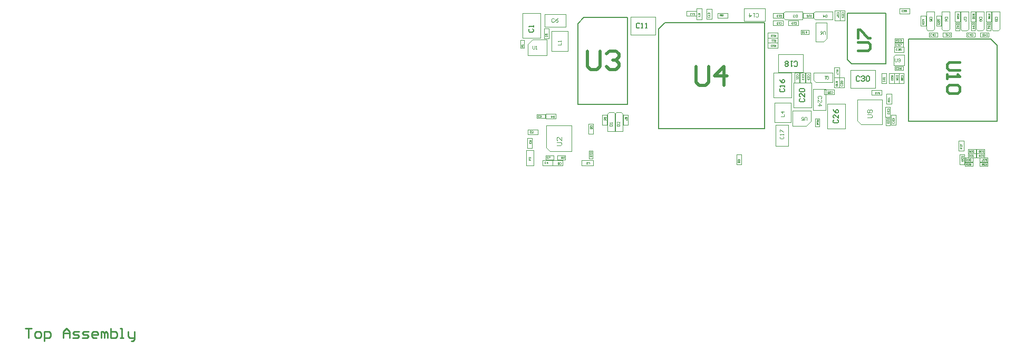
<source format=gbr>
G04 Layer_Color=16711935*
%FSLAX24Y24*%
%MOIN*%
%TF.FileFunction,Other,Top_Assembly*%
%TF.Part,Single*%
G01*
G75*
%TA.AperFunction,NonConductor*%
%ADD55C,0.0100*%
%ADD88C,0.0039*%
%ADD91C,0.0079*%
%ADD93C,0.0040*%
%ADD94C,0.0060*%
%ADD149C,0.0020*%
%ADD150C,0.0032*%
%ADD151C,0.0059*%
%ADD155C,0.0197*%
%ADD158C,0.0157*%
D55*
X-30400Y-8600D02*
X-30000D01*
X-30200D01*
Y-9200D01*
X-29700D02*
X-29500D01*
X-29400Y-9100D01*
Y-8900D01*
X-29500Y-8800D01*
X-29700D01*
X-29800Y-8900D01*
Y-9100D01*
X-29700Y-9200D01*
X-29200Y-9400D02*
Y-8800D01*
X-28900D01*
X-28801Y-8900D01*
Y-9100D01*
X-28900Y-9200D01*
X-29200D01*
X-28001D02*
Y-8800D01*
X-27801Y-8600D01*
X-27601Y-8800D01*
Y-9200D01*
Y-8900D01*
X-28001D01*
X-27401Y-9200D02*
X-27101D01*
X-27001Y-9100D01*
X-27101Y-9000D01*
X-27301D01*
X-27401Y-8900D01*
X-27301Y-8800D01*
X-27001D01*
X-26801Y-9200D02*
X-26501D01*
X-26401Y-9100D01*
X-26501Y-9000D01*
X-26701D01*
X-26801Y-8900D01*
X-26701Y-8800D01*
X-26401D01*
X-25901Y-9200D02*
X-26101D01*
X-26201Y-9100D01*
Y-8900D01*
X-26101Y-8800D01*
X-25901D01*
X-25801Y-8900D01*
Y-9000D01*
X-26201D01*
X-25602Y-9200D02*
Y-8800D01*
X-25502D01*
X-25402Y-8900D01*
Y-9200D01*
Y-8900D01*
X-25302Y-8800D01*
X-25202Y-8900D01*
Y-9200D01*
X-25002Y-8600D02*
Y-9200D01*
X-24702D01*
X-24602Y-9100D01*
Y-9000D01*
Y-8900D01*
X-24702Y-8800D01*
X-25002D01*
X-24402Y-9200D02*
X-24202D01*
X-24302D01*
Y-8600D01*
X-24402D01*
X-23902Y-8800D02*
Y-9100D01*
X-23802Y-9200D01*
X-23502D01*
Y-9300D01*
X-23602Y-9400D01*
X-23702D01*
X-23502Y-9200D02*
Y-8800D01*
D88*
X18110Y5157D02*
X19291D01*
X18110Y4173D02*
Y5157D01*
X19291Y4478D02*
Y5157D01*
X18986Y4173D02*
X19291Y4478D01*
X18110Y4173D02*
X18986D01*
X2779Y2593D02*
X4157D01*
X2543Y2829D02*
X2779Y2593D01*
X2543Y2829D02*
Y4207D01*
X4157D01*
Y2593D02*
Y4207D01*
X19589Y6944D02*
X20639D01*
X19439Y7094D02*
X19589Y6944D01*
X19439Y7094D02*
Y7544D01*
X20639D01*
Y6944D02*
Y7544D01*
X17992Y4409D02*
Y5669D01*
X16968D02*
X17992D01*
X16968Y4409D02*
Y5669D01*
Y4409D02*
X17992D01*
X15039Y11614D02*
X16378D01*
X15039Y10827D02*
Y11614D01*
Y10827D02*
X16378D01*
Y11614D01*
X19409Y5197D02*
Y6535D01*
Y5197D02*
X20197D01*
Y6535D01*
X19409D02*
X20197D01*
X2441Y10472D02*
Y11260D01*
X3780D01*
Y10472D02*
Y11260D01*
X2441Y10472D02*
X3780D01*
X17047Y2933D02*
X17835D01*
X17047D02*
Y4272D01*
X17835D01*
Y2933D02*
Y4272D01*
X23780Y4291D02*
Y5866D01*
X22215D02*
X23780D01*
X22215Y4528D02*
Y5866D01*
Y4528D02*
X22451Y4291D01*
X23780D01*
X2874Y8937D02*
X3898D01*
X2874D02*
Y10197D01*
X3898D01*
Y8937D02*
Y10197D01*
X1726Y1685D02*
Y2645D01*
X1266D02*
X1726D01*
X1266Y1685D02*
Y2645D01*
Y1685D02*
X1726D01*
X20276Y9715D02*
Y10728D01*
X20069Y9508D02*
X20276Y9715D01*
X19567Y9508D02*
X20069D01*
X19567D02*
Y10728D01*
X20276D01*
X1683Y9646D02*
X2559D01*
X1378Y9341D02*
X1683Y9646D01*
X1378Y8661D02*
Y9341D01*
X2559Y8661D02*
Y9646D01*
X1378Y8661D02*
X2559D01*
X18996Y4567D02*
Y4731D01*
X18963Y4764D01*
X18898D01*
X18865Y4731D01*
Y4567D01*
X18668D02*
X18799D01*
Y4665D01*
X18734Y4633D01*
X18701D01*
X18668Y4665D01*
Y4731D01*
X18701Y4764D01*
X18766D01*
X18799Y4731D01*
X3193Y2957D02*
X3455D01*
X3507Y3010D01*
Y3115D01*
X3455Y3167D01*
X3193D01*
X3507Y3482D02*
Y3272D01*
X3298Y3482D01*
X3245D01*
X3193Y3429D01*
Y3324D01*
X3245Y3272D01*
X20258Y7311D02*
Y7180D01*
X20291Y7147D01*
X20357D01*
X20389Y7180D01*
Y7311D01*
X20357Y7344D01*
X20291D01*
X20324Y7279D02*
X20258Y7344D01*
X20291D02*
X20258Y7311D01*
X20193Y7344D02*
X20127D01*
X20160D01*
Y7147D01*
X20193Y7180D01*
X17364Y4792D02*
X17561D01*
Y4923D01*
Y5087D02*
X17364D01*
X17462Y4989D01*
Y5120D01*
X15778Y11122D02*
X15817Y11083D01*
X15896D01*
X15935Y11122D01*
Y11280D01*
X15896Y11319D01*
X15817D01*
X15778Y11280D01*
X15699Y11319D02*
X15620D01*
X15660D01*
Y11083D01*
X15699Y11122D01*
X15384Y11319D02*
Y11083D01*
X15502Y11201D01*
X15345D01*
X19902Y5935D02*
X19941Y5974D01*
Y6053D01*
X19902Y6093D01*
X19744D01*
X19705Y6053D01*
Y5974D01*
X19744Y5935D01*
X19705Y5699D02*
Y5856D01*
X19862Y5699D01*
X19902D01*
X19941Y5738D01*
Y5817D01*
X19902Y5856D01*
X19705Y5502D02*
X19941D01*
X19823Y5620D01*
Y5463D01*
X3041Y10964D02*
X3002Y11004D01*
X2923D01*
X2884Y10964D01*
Y10807D01*
X2923Y10768D01*
X3002D01*
X3041Y10807D01*
X3277Y11004D02*
X3199Y10964D01*
X3120Y10886D01*
Y10807D01*
X3159Y10768D01*
X3238D01*
X3277Y10807D01*
Y10846D01*
X3238Y10886D01*
X3120D01*
X17343Y3533D02*
X17303Y3494D01*
Y3415D01*
X17343Y3376D01*
X17500D01*
X17539Y3415D01*
Y3494D01*
X17500Y3533D01*
X17539Y3612D02*
Y3691D01*
Y3651D01*
X17303D01*
X17343Y3612D01*
X17303Y3809D02*
Y3966D01*
X17343D01*
X17500Y3809D01*
X17539D01*
X22825Y4715D02*
X23087D01*
X23140Y4767D01*
Y4872D01*
X23087Y4924D01*
X22825D01*
X22877Y5029D02*
X22825Y5082D01*
Y5187D01*
X22877Y5239D01*
X22930D01*
X22982Y5187D01*
X23035Y5239D01*
X23087D01*
X23140Y5187D01*
Y5082D01*
X23087Y5029D01*
X23035D01*
X22982Y5082D01*
X22930Y5029D01*
X22877D01*
X22982Y5082D02*
Y5187D01*
X3269Y9319D02*
X3466D01*
Y9450D01*
Y9516D02*
Y9582D01*
Y9549D01*
X3269D01*
X3302Y9516D01*
X20187Y10000D02*
Y10164D01*
X20154Y10197D01*
X20089D01*
X20056Y10164D01*
Y10000D01*
X19859D02*
X19925Y10033D01*
X19990Y10098D01*
Y10164D01*
X19957Y10197D01*
X19892D01*
X19859Y10164D01*
Y10131D01*
X19892Y10098D01*
X19990D01*
X1673Y9252D02*
Y9088D01*
X1706Y9055D01*
X1772D01*
X1804Y9088D01*
Y9252D01*
X1870Y9055D02*
X1936D01*
X1903D01*
Y9252D01*
X1870Y9219D01*
X24587Y8464D02*
Y8301D01*
X24619Y8268D01*
X24685D01*
X24718Y8301D01*
Y8464D01*
X24783Y8301D02*
X24816Y8268D01*
X24882D01*
X24915Y8301D01*
Y8432D01*
X24882Y8464D01*
X24816D01*
X24783Y8432D01*
Y8399D01*
X24816Y8366D01*
X24915D01*
D91*
X9646Y4016D02*
X16339D01*
Y10709D01*
X10039D02*
X16339D01*
X9646Y10315D02*
X10039Y10709D01*
X9646Y4016D02*
Y10315D01*
X31028Y4493D02*
Y9293D01*
X30628Y9693D02*
X31028Y9293D01*
X25428Y9693D02*
X30628D01*
X25428Y4493D02*
Y9693D01*
Y4493D02*
X31028D01*
X4528Y5551D02*
Y10669D01*
X4921Y11063D01*
X7677D01*
Y5551D02*
Y11063D01*
X4528Y5551D02*
X7677D01*
D93*
X18750Y10931D02*
Y11431D01*
X17638D02*
X18750D01*
X17550Y11343D02*
X17638Y11431D01*
Y10931D02*
X18750D01*
X17550Y11019D02*
X17638Y10931D01*
X17550Y11019D02*
Y11343D01*
X6492Y5049D02*
X6815D01*
X6404Y4961D02*
X6492Y5049D01*
X6404Y3849D02*
Y4961D01*
X6815Y5049D02*
X6904Y4961D01*
Y3849D02*
Y4961D01*
X6404Y3849D02*
X6904D01*
X6876D02*
X7376D01*
Y4961D01*
X7288Y5049D02*
X7376Y4961D01*
X6876Y3849D02*
Y4961D01*
X6964Y5049D01*
X7288D01*
X29799Y10227D02*
X30122D01*
X30211Y10315D01*
Y11427D01*
X29711Y10315D02*
X29799Y10227D01*
X29711Y10315D02*
Y11427D01*
X30211D01*
X28726D02*
X29226D01*
X28726Y10315D02*
Y11427D01*
Y10315D02*
X28815Y10227D01*
X29226Y10315D02*
Y11427D01*
X29138Y10227D02*
X29226Y10315D01*
X28815Y10227D02*
X29138D01*
X30783D02*
X31107D01*
X31195Y10315D01*
Y11427D01*
X30695Y10315D02*
X30783Y10227D01*
X30695Y10315D02*
Y11427D01*
X31195D01*
X26561D02*
X27061D01*
X26561Y10315D02*
Y11427D01*
Y10315D02*
X26649Y10227D01*
X27061Y10315D02*
Y11427D01*
X26973Y10227D02*
X27061Y10315D01*
X26649Y10227D02*
X26973D01*
X27633D02*
X27957D01*
X28045Y10315D01*
Y11427D01*
X27545Y10315D02*
X27633Y10227D01*
X27545Y10315D02*
Y11427D01*
X28045D01*
X19439Y11019D02*
Y11343D01*
Y11019D02*
X19528Y10931D01*
X20639D01*
X19439Y11343D02*
X19528Y11431D01*
X20639D01*
Y10931D02*
Y11431D01*
D94*
X21850Y8110D02*
X24016D01*
Y11339D01*
X21575D02*
X24016D01*
X21575Y8386D02*
Y11339D01*
Y8386D02*
X21850Y8110D01*
D149*
X14567Y1772D02*
Y2402D01*
X14882D01*
Y1772D02*
Y2402D01*
X14567Y1772D02*
X14882D01*
X28415Y10728D02*
X28671D01*
X28415Y10217D02*
Y10728D01*
Y10217D02*
X28671D01*
Y10728D01*
X24587Y9478D02*
Y9734D01*
Y9478D02*
X25098D01*
Y9734D01*
X24587D02*
X25098D01*
X19409Y11024D02*
Y11339D01*
X18780D02*
X19409D01*
X18780Y11024D02*
Y11339D01*
Y11024D02*
X19409D01*
X16890D02*
X17520D01*
X16890D02*
Y11339D01*
X17520D01*
Y11024D02*
Y11339D01*
X29941Y1919D02*
X30453D01*
X29941D02*
Y2175D01*
X30453D01*
Y1919D02*
Y2175D01*
X29744Y2195D02*
X30256D01*
X29744D02*
Y2451D01*
X30256D01*
Y2195D02*
Y2451D01*
X29193D02*
X29705D01*
Y2195D02*
Y2451D01*
X29193Y2195D02*
X29705D01*
X29193D02*
Y2451D01*
X28996Y2175D02*
X29508D01*
Y1919D02*
Y2175D01*
X28996Y1919D02*
X29508D01*
X28996D02*
Y2175D01*
X29941Y1644D02*
X30453D01*
X29941D02*
Y1900D01*
X30453D01*
Y1644D02*
Y1900D01*
X29744Y2470D02*
X30256D01*
X29744D02*
Y2726D01*
X30256D01*
Y2470D02*
Y2726D01*
X29193D02*
X29705D01*
Y2470D02*
Y2726D01*
X29193Y2470D02*
X29705D01*
X29193D02*
Y2726D01*
X28996Y1900D02*
X29508D01*
Y1644D02*
Y1900D01*
X28996Y1644D02*
X29508D01*
X28996D02*
Y1900D01*
X13386Y11339D02*
X14016D01*
Y11024D02*
Y11339D01*
X13386Y11024D02*
X14016D01*
X13386D02*
Y11339D01*
X16535Y9764D02*
X17165D01*
X16535D02*
Y10079D01*
X17165D01*
Y9764D02*
Y10079D01*
X16535Y9449D02*
X17165D01*
X16535D02*
Y9764D01*
X17165D01*
Y9449D02*
Y9764D01*
Y9134D02*
Y9449D01*
X16535D02*
X17165D01*
X16535Y9134D02*
Y9449D01*
Y9134D02*
X17165D01*
X6063Y4882D02*
X6378D01*
X6063Y4252D02*
Y4882D01*
Y4252D02*
X6378D01*
Y4882D01*
X7717Y4252D02*
Y4882D01*
X7402Y4252D02*
X7717D01*
X7402D02*
Y4882D01*
X7717D01*
X896Y9114D02*
Y9626D01*
X1152D01*
Y9114D02*
Y9626D01*
X896Y9114D02*
X1152D01*
X20748Y7874D02*
X21063D01*
X20748Y7244D02*
Y7874D01*
Y7244D02*
X21063D01*
Y7874D01*
X19557Y4665D02*
X19813D01*
X19557Y4154D02*
Y4665D01*
Y4154D02*
X19813D01*
Y4665D01*
X24055Y5591D02*
Y6220D01*
X24370D01*
Y5591D02*
Y6220D01*
X24055Y5591D02*
X24370D01*
X24262Y4232D02*
Y4744D01*
X24006Y4232D02*
X24262D01*
X24006D02*
Y4744D01*
X24262D01*
X23110Y6142D02*
X23740D01*
X23110D02*
Y6457D01*
X23740D01*
Y6142D02*
Y6457D01*
X20748Y6614D02*
Y7244D01*
X21063D01*
Y6614D02*
Y7244D01*
X20748Y6614D02*
X21063D01*
X29370Y11417D02*
X29685D01*
X29370Y10787D02*
Y11417D01*
Y10787D02*
X29685D01*
Y11417D01*
X28701Y10787D02*
Y11417D01*
X28386Y10787D02*
X28701D01*
X28386D02*
Y11417D01*
X28701D01*
X30354D02*
X30669D01*
X30354Y10787D02*
Y11417D01*
Y10787D02*
X30669D01*
Y11417D01*
X5512Y3701D02*
Y4331D01*
X5197Y3701D02*
X5512D01*
X5197D02*
Y4331D01*
X5512D01*
X3150Y4646D02*
Y4961D01*
X2520D02*
X3150D01*
X2520Y4646D02*
Y4961D01*
Y4646D02*
X3150D01*
X1657Y2785D02*
Y3415D01*
X1343Y2785D02*
X1657D01*
X1343D02*
Y3415D01*
X1657D01*
X28622Y2638D02*
Y3268D01*
X28937D01*
Y2638D02*
Y3268D01*
X28622Y2638D02*
X28937D01*
X18642Y10246D02*
X19154D01*
Y9990D02*
Y10246D01*
X18642Y9990D02*
X19154D01*
X18642D02*
Y10246D01*
X24528Y6890D02*
Y7520D01*
X24213Y6890D02*
X24528D01*
X24213D02*
Y7520D01*
X24528D01*
X5492Y1673D02*
Y2028D01*
X4783Y1673D02*
X5492D01*
X4783D02*
Y2028D01*
X5492D01*
X12382Y10906D02*
Y11614D01*
X12028D02*
X12382D01*
X12028Y10906D02*
Y11614D01*
Y10906D02*
X12382D01*
X16890Y10551D02*
X17520D01*
X16890D02*
Y10866D01*
X17520D01*
Y10551D02*
Y10866D01*
X2402Y9724D02*
X2717D01*
Y10354D01*
X2402D02*
X2717D01*
X2402Y9724D02*
Y10354D01*
X24291Y4764D02*
Y5394D01*
X23976Y4764D02*
X24291D01*
X23976D02*
Y5394D01*
X24291D01*
X21063Y6614D02*
X21378D01*
Y7244D01*
X21063D02*
X21378D01*
X21063Y6614D02*
Y7244D01*
X19252Y6929D02*
Y7559D01*
X18937Y6929D02*
X19252D01*
X18937D02*
Y7559D01*
X19252D01*
X20748Y6181D02*
Y6496D01*
X20118D02*
X20748D01*
X20118Y6181D02*
Y6496D01*
Y6181D02*
X20748D01*
X24331Y4252D02*
Y4882D01*
X24646D01*
Y4252D02*
Y4882D01*
X24331Y4252D02*
X24646D01*
X24528Y8858D02*
Y9173D01*
Y8858D02*
X25157D01*
Y9173D01*
X24528D02*
X25157D01*
X30640Y10217D02*
Y10728D01*
X30384Y10217D02*
X30640D01*
X30384D02*
Y10728D01*
X30640D01*
X29400D02*
X29656D01*
X29400Y10217D02*
Y10728D01*
Y10217D02*
X29656D01*
Y10728D01*
X24587Y9459D02*
X25098D01*
Y9203D02*
Y9459D01*
X24587Y9203D02*
X25098D01*
X24587D02*
Y9459D01*
Y7707D02*
Y7963D01*
Y7707D02*
X25098D01*
Y7963D01*
X24587D02*
X25098D01*
X29980Y9833D02*
X30492D01*
X29980D02*
Y10089D01*
X30492D01*
Y9833D02*
Y10089D01*
X29114Y9833D02*
Y10089D01*
Y9833D02*
X29626D01*
Y10089D01*
X29114D02*
X29626D01*
X27618Y9833D02*
X28130D01*
X27618D02*
Y10089D01*
X28130D01*
Y9833D02*
Y10089D01*
X26752Y9833D02*
Y10089D01*
Y9833D02*
X27264D01*
Y10089D01*
X26752D02*
X27264D01*
X5482Y2106D02*
Y2618D01*
X5226Y2106D02*
X5482D01*
X5226D02*
Y2618D01*
X5482D01*
X1949Y4675D02*
Y4931D01*
Y4675D02*
X2461D01*
Y4931D01*
X1949D02*
X2461D01*
X2323Y1693D02*
Y2008D01*
Y1693D02*
X2953D01*
Y2008D01*
X2323D02*
X2953D01*
X2494Y2328D02*
X3006D01*
Y2072D02*
Y2328D01*
X2494Y2072D02*
X3006D01*
X2494D02*
Y2328D01*
X3244Y2072D02*
X3756D01*
X3244D02*
Y2328D01*
X3756D01*
Y2072D02*
Y2328D01*
X3583Y1693D02*
Y2008D01*
X2953D02*
X3583D01*
X2953Y1693D02*
Y2008D01*
Y1693D02*
X3583D01*
X1385Y3957D02*
X2015D01*
Y3643D02*
Y3957D01*
X1385Y3643D02*
X2015D01*
X1385D02*
Y3957D01*
X12677Y10945D02*
Y11575D01*
X12992D01*
Y10945D02*
Y11575D01*
X12677Y10945D02*
X12992D01*
X18228Y7559D02*
X18543D01*
X18228Y6929D02*
Y7559D01*
Y6929D02*
X18543D01*
Y7559D01*
X18898Y6929D02*
Y7559D01*
X18583Y6929D02*
X18898D01*
X18583D02*
Y7559D01*
X18898D01*
X21102Y11496D02*
X21417D01*
X21102Y10866D02*
Y11496D01*
Y10866D02*
X21417D01*
Y11496D01*
X21102Y10866D02*
Y11496D01*
X20787Y10866D02*
X21102D01*
X20787D02*
Y11496D01*
X21102D01*
X26220Y10512D02*
X26535D01*
Y11142D01*
X26220D02*
X26535D01*
X26220Y10512D02*
Y11142D01*
X27205Y10512D02*
Y11142D01*
X27520D01*
Y10512D02*
Y11142D01*
X27205Y10512D02*
X27520D01*
X23740Y6890D02*
X24055D01*
Y7520D01*
X23740D02*
X24055D01*
X23740Y6890D02*
Y7520D01*
X28976Y1772D02*
Y2402D01*
X28661Y1772D02*
X28976D01*
X28661D02*
Y2402D01*
X28976D01*
X25157Y6890D02*
Y7520D01*
X24843Y6890D02*
X25157D01*
X24843D02*
Y7520D01*
X25157D01*
X24843Y6890D02*
Y7520D01*
X24528Y6890D02*
X24843D01*
X24528D02*
Y7520D01*
X24843D01*
X24882Y11614D02*
X25512D01*
Y11299D02*
Y11614D01*
X24882Y11299D02*
X25512D01*
X24882D02*
Y11614D01*
X11411Y11142D02*
X12041D01*
X11411D02*
Y11457D01*
X12041D01*
Y11142D02*
Y11457D01*
X18465Y10551D02*
Y10866D01*
X17835D02*
X18465D01*
X17835Y10551D02*
Y10866D01*
Y10551D02*
X18465D01*
X24518Y8012D02*
X25167D01*
Y8681D01*
X24596D02*
X25167D01*
X24518Y8602D02*
X24596Y8681D01*
X24518Y8012D02*
Y8602D01*
X14764Y1890D02*
X14646D01*
Y1949D01*
X14665Y1968D01*
X14705D01*
X14724Y1949D01*
Y1890D01*
Y1929D02*
X14764Y1968D01*
X14744Y2008D02*
X14764Y2028D01*
Y2067D01*
X14744Y2087D01*
X14665D01*
X14646Y2067D01*
Y2028D01*
X14665Y2008D01*
X14685D01*
X14705Y2028D01*
Y2087D01*
X28583Y10581D02*
X28602Y10600D01*
Y10640D01*
X28583Y10659D01*
X28504D01*
X28484Y10640D01*
Y10600D01*
X28504Y10581D01*
X28484Y10482D02*
X28602D01*
X28543Y10541D01*
Y10463D01*
X28484Y10345D02*
Y10423D01*
X28563Y10345D01*
X28583D01*
X28602Y10364D01*
Y10404D01*
X28583Y10423D01*
X24656Y9547D02*
Y9665D01*
X24715D01*
X24734Y9646D01*
Y9606D01*
X24715Y9587D01*
X24656D01*
X24695D02*
X24734Y9547D01*
X24852D02*
X24774D01*
X24852Y9626D01*
Y9646D01*
X24833Y9665D01*
X24793D01*
X24774Y9646D01*
X24892D02*
X24911Y9665D01*
X24951D01*
X24970Y9646D01*
Y9626D01*
X24951Y9606D01*
X24931D01*
X24951D01*
X24970Y9587D01*
Y9567D01*
X24951Y9547D01*
X24911D01*
X24892Y9567D01*
X19291Y11220D02*
Y11102D01*
X19232D01*
X19213Y11122D01*
Y11161D01*
X19232Y11181D01*
X19291D01*
X19252D02*
X19213Y11220D01*
X19173D02*
X19134D01*
X19154D01*
Y11102D01*
X19173Y11122D01*
X18996Y11102D02*
X19075D01*
Y11161D01*
X19036Y11142D01*
X19016D01*
X18996Y11161D01*
Y11201D01*
X19016Y11220D01*
X19055D01*
X19075Y11201D01*
X17402Y11220D02*
Y11102D01*
X17343D01*
X17323Y11122D01*
Y11161D01*
X17343Y11181D01*
X17402D01*
X17362D02*
X17323Y11220D01*
X17284D02*
X17244D01*
X17264D01*
Y11102D01*
X17284Y11122D01*
X17185D02*
X17165Y11102D01*
X17126D01*
X17106Y11122D01*
Y11142D01*
X17126Y11161D01*
X17146D01*
X17126D01*
X17106Y11181D01*
Y11201D01*
X17126Y11220D01*
X17165D01*
X17185Y11201D01*
X30384Y2106D02*
Y1988D01*
X30325D01*
X30305Y2008D01*
Y2047D01*
X30325Y2067D01*
X30384D01*
X30345D02*
X30305Y2106D01*
X30266Y2008D02*
X30246Y1988D01*
X30207D01*
X30187Y2008D01*
Y2028D01*
X30207Y2047D01*
X30226D01*
X30207D01*
X30187Y2067D01*
Y2087D01*
X30207Y2106D01*
X30246D01*
X30266Y2087D01*
X30148Y1988D02*
X30069D01*
Y2008D01*
X30148Y2087D01*
Y2106D01*
X30187Y2382D02*
Y2264D01*
X30128D01*
X30108Y2283D01*
Y2323D01*
X30128Y2343D01*
X30187D01*
X30148D02*
X30108Y2382D01*
X30069Y2283D02*
X30049Y2264D01*
X30010D01*
X29990Y2283D01*
Y2303D01*
X30010Y2323D01*
X30030D01*
X30010D01*
X29990Y2343D01*
Y2362D01*
X30010Y2382D01*
X30049D01*
X30069Y2362D01*
X29892Y2382D02*
Y2264D01*
X29951Y2323D01*
X29872D01*
X29262Y2264D02*
Y2382D01*
X29321D01*
X29341Y2362D01*
Y2323D01*
X29321Y2303D01*
X29262D01*
X29301D02*
X29341Y2264D01*
X29380Y2362D02*
X29400Y2382D01*
X29439D01*
X29459Y2362D01*
Y2342D01*
X29439Y2323D01*
X29419D01*
X29439D01*
X29459Y2303D01*
Y2283D01*
X29439Y2264D01*
X29400D01*
X29380Y2283D01*
X29498Y2264D02*
X29537D01*
X29518D01*
Y2382D01*
X29498Y2362D01*
X29065Y1988D02*
Y2106D01*
X29124D01*
X29144Y2087D01*
Y2047D01*
X29124Y2028D01*
X29065D01*
X29104D02*
X29144Y1988D01*
X29183Y2087D02*
X29203Y2106D01*
X29242D01*
X29262Y2087D01*
Y2067D01*
X29242Y2047D01*
X29222D01*
X29242D01*
X29262Y2028D01*
Y2008D01*
X29242Y1988D01*
X29203D01*
X29183Y2008D01*
X29301Y2087D02*
X29321Y2106D01*
X29360D01*
X29380Y2087D01*
Y2008D01*
X29360Y1988D01*
X29321D01*
X29301Y2008D01*
Y2087D01*
X30384Y1831D02*
Y1713D01*
X30325D01*
X30305Y1732D01*
Y1772D01*
X30325Y1791D01*
X30384D01*
X30345D02*
X30305Y1831D01*
X30266Y1732D02*
X30246Y1713D01*
X30207D01*
X30187Y1732D01*
Y1752D01*
X30207Y1772D01*
X30226D01*
X30207D01*
X30187Y1791D01*
Y1811D01*
X30207Y1831D01*
X30246D01*
X30266Y1811D01*
X30069Y1713D02*
X30108Y1732D01*
X30148Y1772D01*
Y1811D01*
X30128Y1831D01*
X30089D01*
X30069Y1811D01*
Y1791D01*
X30089Y1772D01*
X30148D01*
X30187Y2657D02*
Y2539D01*
X30128D01*
X30108Y2559D01*
Y2598D01*
X30128Y2618D01*
X30187D01*
X30148D02*
X30108Y2657D01*
X30069Y2559D02*
X30049Y2539D01*
X30010D01*
X29990Y2559D01*
Y2579D01*
X30010Y2598D01*
X30030D01*
X30010D01*
X29990Y2618D01*
Y2638D01*
X30010Y2657D01*
X30049D01*
X30069Y2638D01*
X29872Y2539D02*
X29951D01*
Y2598D01*
X29912Y2579D01*
X29892D01*
X29872Y2598D01*
Y2638D01*
X29892Y2657D01*
X29931D01*
X29951Y2638D01*
X29262Y2539D02*
Y2657D01*
X29321D01*
X29341Y2638D01*
Y2598D01*
X29321Y2579D01*
X29262D01*
X29301D02*
X29341Y2539D01*
X29380Y2638D02*
X29400Y2657D01*
X29439D01*
X29459Y2638D01*
Y2618D01*
X29439Y2598D01*
X29419D01*
X29439D01*
X29459Y2579D01*
Y2559D01*
X29439Y2539D01*
X29400D01*
X29380Y2559D01*
X29577Y2539D02*
X29498D01*
X29577Y2618D01*
Y2638D01*
X29557Y2657D01*
X29518D01*
X29498Y2638D01*
X29065Y1713D02*
Y1831D01*
X29124D01*
X29144Y1811D01*
Y1772D01*
X29124Y1752D01*
X29065D01*
X29104D02*
X29144Y1713D01*
X29262D02*
X29183D01*
X29262Y1791D01*
Y1811D01*
X29242Y1831D01*
X29203D01*
X29183Y1811D01*
X29301Y1732D02*
X29321Y1713D01*
X29360D01*
X29380Y1732D01*
Y1811D01*
X29360Y1831D01*
X29321D01*
X29301Y1811D01*
Y1791D01*
X29321Y1772D01*
X29380D01*
X13504Y11142D02*
Y11260D01*
X13563D01*
X13583Y11240D01*
Y11201D01*
X13563Y11181D01*
X13504D01*
X13543D02*
X13583Y11142D01*
X13622Y11240D02*
X13642Y11260D01*
X13681D01*
X13701Y11240D01*
Y11220D01*
X13681Y11201D01*
X13701Y11181D01*
Y11161D01*
X13681Y11142D01*
X13642D01*
X13622Y11161D01*
Y11181D01*
X13642Y11201D01*
X13622Y11220D01*
Y11240D01*
X13642Y11201D02*
X13681D01*
X17047Y9961D02*
Y9843D01*
X16988D01*
X16969Y9862D01*
Y9902D01*
X16988Y9921D01*
X17047D01*
X17008D02*
X16969Y9961D01*
X16929D02*
X16890D01*
X16909D01*
Y9843D01*
X16929Y9862D01*
X16752Y9961D02*
X16831D01*
X16752Y9882D01*
Y9862D01*
X16772Y9843D01*
X16811D01*
X16831Y9862D01*
X17047Y9646D02*
Y9528D01*
X16988D01*
X16969Y9547D01*
Y9587D01*
X16988Y9606D01*
X17047D01*
X17008D02*
X16969Y9646D01*
X16929D02*
X16890D01*
X16909D01*
Y9528D01*
X16929Y9547D01*
X16831Y9646D02*
X16791D01*
X16811D01*
Y9528D01*
X16831Y9547D01*
X17047Y9331D02*
Y9213D01*
X16988D01*
X16969Y9232D01*
Y9272D01*
X16988Y9291D01*
X17047D01*
X17008D02*
X16969Y9331D01*
X16929D02*
X16890D01*
X16909D01*
Y9213D01*
X16929Y9232D01*
X16831D02*
X16811Y9213D01*
X16772D01*
X16752Y9232D01*
Y9311D01*
X16772Y9331D01*
X16811D01*
X16831Y9311D01*
Y9232D01*
X6181Y4764D02*
X6299D01*
Y4705D01*
X6279Y4685D01*
X6240D01*
X6220Y4705D01*
Y4764D01*
Y4724D02*
X6181Y4685D01*
X6299Y4567D02*
X6279Y4606D01*
X6240Y4646D01*
X6201D01*
X6181Y4626D01*
Y4587D01*
X6201Y4567D01*
X6220D01*
X6240Y4587D01*
Y4646D01*
X7520Y4764D02*
X7638D01*
Y4705D01*
X7618Y4685D01*
X7579D01*
X7559Y4705D01*
Y4764D01*
Y4724D02*
X7520Y4685D01*
X7638Y4646D02*
Y4567D01*
X7618D01*
X7539Y4646D01*
X7520D01*
X1083Y9183D02*
X965D01*
Y9242D01*
X984Y9262D01*
X1024D01*
X1043Y9242D01*
Y9183D01*
Y9222D02*
X1083Y9262D01*
Y9301D02*
Y9341D01*
Y9321D01*
X965D01*
X984Y9301D01*
X20866Y7756D02*
X20984D01*
Y7697D01*
X20965Y7677D01*
X20925D01*
X20905Y7697D01*
Y7756D01*
Y7717D02*
X20866Y7677D01*
Y7638D02*
Y7598D01*
Y7618D01*
X20984D01*
X20965Y7638D01*
X20984Y7539D02*
Y7461D01*
X20965D01*
X20886Y7539D01*
X20866D01*
X19626Y4596D02*
X19744D01*
Y4537D01*
X19724Y4518D01*
X19685D01*
X19665Y4537D01*
Y4596D01*
Y4557D02*
X19626Y4518D01*
Y4478D02*
Y4439D01*
Y4459D01*
X19744D01*
X19724Y4478D01*
X19744Y4301D02*
X19724Y4341D01*
X19685Y4380D01*
X19646D01*
X19626Y4360D01*
Y4321D01*
X19646Y4301D01*
X19665D01*
X19685Y4321D01*
Y4380D01*
X24252Y5709D02*
X24134D01*
Y5768D01*
X24154Y5787D01*
X24193D01*
X24213Y5768D01*
Y5709D01*
Y5748D02*
X24252Y5787D01*
Y5905D02*
Y5827D01*
X24173Y5905D01*
X24154D01*
X24134Y5886D01*
Y5846D01*
X24154Y5827D01*
X24252Y5945D02*
Y5984D01*
Y5964D01*
X24134D01*
X24154Y5945D01*
X24075Y4675D02*
X24193D01*
Y4616D01*
X24173Y4596D01*
X24134D01*
X24114Y4616D01*
Y4675D01*
Y4636D02*
X24075Y4596D01*
Y4478D02*
Y4557D01*
X24154Y4478D01*
X24173D01*
X24193Y4498D01*
Y4537D01*
X24173Y4557D01*
Y4439D02*
X24193Y4419D01*
Y4380D01*
X24173Y4360D01*
X24094D01*
X24075Y4380D01*
Y4419D01*
X24094Y4439D01*
X24173D01*
X23622Y6339D02*
Y6221D01*
X23563D01*
X23543Y6240D01*
Y6280D01*
X23563Y6299D01*
X23622D01*
X23583D02*
X23543Y6339D01*
X23504D02*
X23465D01*
X23484D01*
Y6221D01*
X23504Y6240D01*
X23406Y6319D02*
X23386Y6339D01*
X23347D01*
X23327Y6319D01*
Y6240D01*
X23347Y6221D01*
X23386D01*
X23406Y6240D01*
Y6260D01*
X23386Y6280D01*
X23327D01*
X20945Y6732D02*
X20827D01*
Y6791D01*
X20846Y6811D01*
X20886D01*
X20906Y6791D01*
Y6732D01*
Y6772D02*
X20945Y6811D01*
Y6850D02*
Y6890D01*
Y6870D01*
X20827D01*
X20846Y6850D01*
Y6949D02*
X20827Y6968D01*
Y7008D01*
X20846Y7027D01*
X20866D01*
X20886Y7008D01*
X20906Y7027D01*
X20925D01*
X20945Y7008D01*
Y6968D01*
X20925Y6949D01*
X20906D01*
X20886Y6968D01*
X20866Y6949D01*
X20846D01*
X20886Y6968D02*
Y7008D01*
X29488Y11299D02*
X29606D01*
Y11240D01*
X29587Y11221D01*
X29547D01*
X29528Y11240D01*
Y11299D01*
Y11260D02*
X29488Y11221D01*
X29587Y11181D02*
X29606Y11161D01*
Y11122D01*
X29587Y11102D01*
X29567D01*
X29547Y11122D01*
Y11142D01*
Y11122D01*
X29528Y11102D01*
X29508D01*
X29488Y11122D01*
Y11161D01*
X29508Y11181D01*
X29587Y11063D02*
X29606Y11043D01*
Y11004D01*
X29587Y10984D01*
X29567D01*
X29547Y11004D01*
Y11024D01*
Y11004D01*
X29528Y10984D01*
X29508D01*
X29488Y11004D01*
Y11043D01*
X29508Y11063D01*
X28504Y11299D02*
X28622D01*
Y11240D01*
X28602Y11221D01*
X28563D01*
X28543Y11240D01*
Y11299D01*
Y11260D02*
X28504Y11221D01*
Y11102D02*
Y11181D01*
X28583Y11102D01*
X28602D01*
X28622Y11122D01*
Y11161D01*
X28602Y11181D01*
X28622Y10984D02*
X28602Y11024D01*
X28563Y11063D01*
X28524D01*
X28504Y11043D01*
Y11004D01*
X28524Y10984D01*
X28543D01*
X28563Y11004D01*
Y11063D01*
X30472Y11299D02*
X30591D01*
Y11240D01*
X30571Y11221D01*
X30531D01*
X30512Y11240D01*
Y11299D01*
Y11260D02*
X30472Y11221D01*
X30571Y11181D02*
X30591Y11161D01*
Y11122D01*
X30571Y11102D01*
X30551D01*
X30531Y11122D01*
Y11142D01*
Y11122D01*
X30512Y11102D01*
X30492D01*
X30472Y11122D01*
Y11161D01*
X30492Y11181D01*
X30571Y11063D02*
X30591Y11043D01*
Y11004D01*
X30571Y10984D01*
X30551D01*
X30531Y11004D01*
X30512Y10984D01*
X30492D01*
X30472Y11004D01*
Y11043D01*
X30492Y11063D01*
X30512D01*
X30531Y11043D01*
X30551Y11063D01*
X30571D01*
X30531Y11043D02*
Y11004D01*
X5315Y4213D02*
X5433D01*
Y4154D01*
X5413Y4134D01*
X5374D01*
X5354Y4154D01*
Y4213D01*
Y4173D02*
X5315Y4134D01*
X5433Y4016D02*
Y4095D01*
X5374D01*
X5394Y4055D01*
Y4035D01*
X5374Y4016D01*
X5335D01*
X5315Y4035D01*
Y4075D01*
X5335Y4095D01*
X3031Y4843D02*
Y4724D01*
X2972D01*
X2953Y4744D01*
Y4783D01*
X2972Y4803D01*
X3031D01*
X2992D02*
X2953Y4843D01*
X2854D02*
Y4724D01*
X2913Y4783D01*
X2835D01*
X1461Y3297D02*
X1579D01*
Y3238D01*
X1559Y3218D01*
X1520D01*
X1500Y3238D01*
Y3297D01*
Y3257D02*
X1461Y3218D01*
X1559Y3179D02*
X1579Y3159D01*
Y3120D01*
X1559Y3100D01*
X1539D01*
X1520Y3120D01*
Y3139D01*
Y3120D01*
X1500Y3100D01*
X1480D01*
X1461Y3120D01*
Y3159D01*
X1480Y3179D01*
X28819Y2756D02*
X28701D01*
Y2815D01*
X28721Y2835D01*
X28760D01*
X28780Y2815D01*
Y2756D01*
Y2795D02*
X28819Y2835D01*
Y2953D02*
Y2874D01*
X28740Y2953D01*
X28721D01*
X28701Y2933D01*
Y2894D01*
X28721Y2874D01*
X28701Y2992D02*
Y3071D01*
X28721D01*
X28799Y2992D01*
X28819D01*
X18711Y10059D02*
Y10177D01*
X18770D01*
X18789Y10157D01*
Y10118D01*
X18770Y10098D01*
X18711D01*
X18750D02*
X18789Y10059D01*
X18829D02*
X18868D01*
X18848D01*
Y10177D01*
X18829Y10157D01*
X18986Y10059D02*
Y10177D01*
X18927Y10118D01*
X19006D01*
X24331Y7402D02*
X24449D01*
Y7343D01*
X24429Y7323D01*
X24390D01*
X24370Y7343D01*
Y7402D01*
Y7362D02*
X24331Y7323D01*
Y7205D02*
Y7283D01*
X24409Y7205D01*
X24429D01*
X24449Y7224D01*
Y7264D01*
X24429Y7283D01*
X24331Y7087D02*
Y7165D01*
X24409Y7087D01*
X24429D01*
X24449Y7106D01*
Y7146D01*
X24429Y7165D01*
X5285Y1782D02*
Y1900D01*
X5207D01*
X5089D02*
X5167D01*
X5089Y1821D01*
Y1801D01*
X5108Y1782D01*
X5148D01*
X5167Y1801D01*
X12136Y11112D02*
X12254D01*
Y11191D01*
X12156Y11230D02*
X12136Y11250D01*
Y11289D01*
X12156Y11309D01*
X12175D01*
X12195Y11289D01*
Y11270D01*
Y11289D01*
X12215Y11309D01*
X12234D01*
X12254Y11289D01*
Y11250D01*
X12234Y11230D01*
X17323Y10650D02*
X17343Y10630D01*
X17382D01*
X17402Y10650D01*
Y10728D01*
X17382Y10748D01*
X17343D01*
X17323Y10728D01*
X17284Y10748D02*
X17244D01*
X17264D01*
Y10630D01*
X17284Y10650D01*
X17106Y10630D02*
X17185D01*
Y10689D01*
X17146Y10669D01*
X17126D01*
X17106Y10689D01*
Y10728D01*
X17126Y10748D01*
X17165D01*
X17185Y10728D01*
X2500Y9921D02*
X2480Y9902D01*
Y9862D01*
X2500Y9843D01*
X2579D01*
X2598Y9862D01*
Y9902D01*
X2579Y9921D01*
X2480Y10039D02*
Y9961D01*
X2539D01*
X2520Y10000D01*
Y10020D01*
X2539Y10039D01*
X2579D01*
X2598Y10020D01*
Y9980D01*
X2579Y9961D01*
X24193Y5197D02*
X24213Y5217D01*
Y5256D01*
X24193Y5276D01*
X24114D01*
X24094Y5256D01*
Y5217D01*
X24114Y5197D01*
X24193Y5158D02*
X24213Y5138D01*
Y5098D01*
X24193Y5079D01*
X24173D01*
X24154Y5098D01*
Y5118D01*
Y5098D01*
X24134Y5079D01*
X24114D01*
X24094Y5098D01*
Y5138D01*
X24114Y5158D01*
X24094Y4961D02*
Y5039D01*
X24173Y4961D01*
X24193D01*
X24213Y4980D01*
Y5020D01*
X24193Y5039D01*
X21161Y6811D02*
X21142Y6791D01*
Y6752D01*
X21161Y6732D01*
X21240D01*
X21260Y6752D01*
Y6791D01*
X21240Y6811D01*
X21260Y6929D02*
Y6850D01*
X21181Y6929D01*
X21161D01*
X21142Y6909D01*
Y6870D01*
X21161Y6850D01*
Y6968D02*
X21142Y6988D01*
Y7027D01*
X21161Y7047D01*
X21181D01*
X21201Y7027D01*
X21220Y7047D01*
X21240D01*
X21260Y7027D01*
Y6988D01*
X21240Y6968D01*
X21220D01*
X21201Y6988D01*
X21181Y6968D01*
X21161D01*
X21201Y6988D02*
Y7027D01*
X19154Y7362D02*
X19173Y7382D01*
Y7421D01*
X19154Y7441D01*
X19075D01*
X19055Y7421D01*
Y7382D01*
X19075Y7362D01*
X19055Y7244D02*
Y7323D01*
X19134Y7244D01*
X19154D01*
X19173Y7264D01*
Y7303D01*
X19154Y7323D01*
Y7205D02*
X19173Y7185D01*
Y7146D01*
X19154Y7126D01*
X19134D01*
X19114Y7146D01*
Y7165D01*
Y7146D01*
X19094Y7126D01*
X19075D01*
X19055Y7146D01*
Y7185D01*
X19075Y7205D01*
X20551Y6280D02*
X20571Y6260D01*
X20610D01*
X20630Y6280D01*
Y6358D01*
X20610Y6378D01*
X20571D01*
X20551Y6358D01*
X20433Y6378D02*
X20512D01*
X20433Y6299D01*
Y6280D01*
X20453Y6260D01*
X20492D01*
X20512Y6280D01*
X20315Y6260D02*
X20394D01*
Y6319D01*
X20354Y6299D01*
X20335D01*
X20315Y6319D01*
Y6358D01*
X20335Y6378D01*
X20374D01*
X20394Y6358D01*
X24429Y4449D02*
X24409Y4429D01*
Y4390D01*
X24429Y4370D01*
X24508D01*
X24528Y4390D01*
Y4429D01*
X24508Y4449D01*
X24429Y4488D02*
X24409Y4508D01*
Y4547D01*
X24429Y4567D01*
X24449D01*
X24469Y4547D01*
Y4528D01*
Y4547D01*
X24488Y4567D01*
X24508D01*
X24528Y4547D01*
Y4508D01*
X24508Y4488D01*
X24429Y4606D02*
X24409Y4626D01*
Y4665D01*
X24429Y4685D01*
X24449D01*
X24469Y4665D01*
Y4646D01*
Y4665D01*
X24488Y4685D01*
X24508D01*
X24528Y4665D01*
Y4626D01*
X24508Y4606D01*
X24724Y9075D02*
X24705Y9094D01*
X24665D01*
X24646Y9075D01*
Y8996D01*
X24665Y8976D01*
X24705D01*
X24724Y8996D01*
X24764Y9075D02*
X24783Y9094D01*
X24823D01*
X24842Y9075D01*
Y9055D01*
X24823Y9035D01*
X24803D01*
X24823D01*
X24842Y9016D01*
Y8996D01*
X24823Y8976D01*
X24783D01*
X24764Y8996D01*
X24961Y9094D02*
X24882D01*
Y9035D01*
X24921Y9055D01*
X24941D01*
X24961Y9035D01*
Y8996D01*
X24941Y8976D01*
X24901D01*
X24882Y8996D01*
X30551Y10581D02*
X30571Y10600D01*
Y10640D01*
X30551Y10659D01*
X30472D01*
X30453Y10640D01*
Y10600D01*
X30472Y10581D01*
X30453Y10482D02*
X30571D01*
X30512Y10541D01*
Y10463D01*
X30571Y10345D02*
X30551Y10384D01*
X30512Y10423D01*
X30472D01*
X30453Y10404D01*
Y10364D01*
X30472Y10345D01*
X30492D01*
X30512Y10364D01*
Y10423D01*
X29567Y10581D02*
X29587Y10600D01*
Y10640D01*
X29567Y10659D01*
X29488D01*
X29469Y10640D01*
Y10600D01*
X29488Y10581D01*
X29469Y10482D02*
X29587D01*
X29528Y10541D01*
Y10463D01*
X29469Y10364D02*
X29587D01*
X29528Y10423D01*
Y10345D01*
X24734Y9370D02*
X24715Y9390D01*
X24675D01*
X24656Y9370D01*
Y9291D01*
X24675Y9272D01*
X24715D01*
X24734Y9291D01*
X24774Y9370D02*
X24793Y9390D01*
X24833D01*
X24852Y9370D01*
Y9350D01*
X24833Y9331D01*
X24813D01*
X24833D01*
X24852Y9311D01*
Y9291D01*
X24833Y9272D01*
X24793D01*
X24774Y9291D01*
X24892Y9390D02*
X24970D01*
Y9370D01*
X24892Y9291D01*
Y9272D01*
X24734Y7874D02*
X24715Y7894D01*
X24675D01*
X24656Y7874D01*
Y7795D01*
X24675Y7776D01*
X24715D01*
X24734Y7795D01*
X24774Y7874D02*
X24793Y7894D01*
X24833D01*
X24852Y7874D01*
Y7854D01*
X24833Y7835D01*
X24813D01*
X24833D01*
X24852Y7815D01*
Y7795D01*
X24833Y7776D01*
X24793D01*
X24774Y7795D01*
X24970Y7894D02*
X24931Y7874D01*
X24892Y7835D01*
Y7795D01*
X24911Y7776D01*
X24951D01*
X24970Y7795D01*
Y7815D01*
X24951Y7835D01*
X24892D01*
X30345Y9921D02*
X30364Y9902D01*
X30404D01*
X30423Y9921D01*
Y10000D01*
X30404Y10020D01*
X30364D01*
X30345Y10000D01*
X30246Y10020D02*
Y9902D01*
X30305Y9961D01*
X30226D01*
X30108Y9902D02*
X30187D01*
Y9961D01*
X30148Y9941D01*
X30128D01*
X30108Y9961D01*
Y10000D01*
X30128Y10020D01*
X30167D01*
X30187Y10000D01*
X29262Y10000D02*
X29242Y10020D01*
X29203D01*
X29183Y10000D01*
Y9921D01*
X29203Y9902D01*
X29242D01*
X29262Y9921D01*
X29360Y9902D02*
Y10020D01*
X29301Y9961D01*
X29380D01*
X29419Y10000D02*
X29439Y10020D01*
X29478D01*
X29498Y10000D01*
Y9980D01*
X29478Y9961D01*
X29459D01*
X29478D01*
X29498Y9941D01*
Y9921D01*
X29478Y9902D01*
X29439D01*
X29419Y9921D01*
X27982Y9921D02*
X28002Y9902D01*
X28041D01*
X28061Y9921D01*
Y10000D01*
X28041Y10020D01*
X28002D01*
X27982Y10000D01*
X27884Y10020D02*
Y9902D01*
X27943Y9961D01*
X27864D01*
X27825Y10020D02*
X27786D01*
X27805D01*
Y9902D01*
X27825Y9921D01*
X26900Y10000D02*
X26880Y10020D01*
X26841D01*
X26821Y10000D01*
Y9921D01*
X26841Y9902D01*
X26880D01*
X26900Y9921D01*
X26998Y9902D02*
Y10020D01*
X26939Y9961D01*
X27018D01*
X27057Y10000D02*
X27077Y10020D01*
X27116D01*
X27136Y10000D01*
Y9921D01*
X27116Y9902D01*
X27077D01*
X27057Y9921D01*
Y10000D01*
X5394Y2471D02*
X5413Y2490D01*
Y2530D01*
X5394Y2549D01*
X5315D01*
X5295Y2530D01*
Y2490D01*
X5315Y2471D01*
X5295Y2431D02*
Y2392D01*
Y2411D01*
X5413D01*
X5394Y2431D01*
Y2333D02*
X5413Y2313D01*
Y2274D01*
X5394Y2254D01*
X5315D01*
X5295Y2274D01*
Y2313D01*
X5315Y2333D01*
X5394D01*
X2096Y4842D02*
X2077Y4862D01*
X2037D01*
X2018Y4842D01*
Y4764D01*
X2037Y4744D01*
X2077D01*
X2096Y4764D01*
X2136Y4842D02*
X2155Y4862D01*
X2195D01*
X2215Y4842D01*
Y4823D01*
X2195Y4803D01*
X2175D01*
X2195D01*
X2215Y4783D01*
Y4764D01*
X2195Y4744D01*
X2155D01*
X2136Y4764D01*
X2520Y1909D02*
X2500Y1929D01*
X2461D01*
X2441Y1909D01*
Y1831D01*
X2461Y1811D01*
X2500D01*
X2520Y1831D01*
X2618Y1811D02*
Y1929D01*
X2559Y1870D01*
X2638D01*
X2642Y2239D02*
X2622Y2259D01*
X2583D01*
X2563Y2239D01*
Y2161D01*
X2583Y2141D01*
X2622D01*
X2642Y2161D01*
X2681Y2259D02*
X2760D01*
Y2239D01*
X2681Y2161D01*
Y2141D01*
X3608Y2161D02*
X3628Y2141D01*
X3667D01*
X3687Y2161D01*
Y2239D01*
X3667Y2259D01*
X3628D01*
X3608Y2239D01*
X3569D02*
X3549Y2259D01*
X3510D01*
X3490Y2239D01*
Y2161D01*
X3510Y2141D01*
X3549D01*
X3569Y2161D01*
Y2180D01*
X3549Y2200D01*
X3490D01*
X3386Y1791D02*
X3406Y1772D01*
X3445D01*
X3465Y1791D01*
Y1870D01*
X3445Y1890D01*
X3406D01*
X3386Y1870D01*
X3346Y1791D02*
X3327Y1772D01*
X3287D01*
X3268Y1791D01*
Y1811D01*
X3287Y1831D01*
X3268Y1850D01*
Y1870D01*
X3287Y1890D01*
X3327D01*
X3346Y1870D01*
Y1850D01*
X3327Y1831D01*
X3346Y1811D01*
Y1791D01*
X3327Y1831D02*
X3287D01*
X1582Y3859D02*
X1562Y3879D01*
X1523D01*
X1503Y3859D01*
Y3780D01*
X1523Y3761D01*
X1562D01*
X1582Y3780D01*
X1700Y3761D02*
X1621D01*
X1700Y3839D01*
Y3859D01*
X1680Y3879D01*
X1641D01*
X1621Y3859D01*
X12776Y11142D02*
X12756Y11122D01*
Y11083D01*
X12776Y11063D01*
X12854D01*
X12874Y11083D01*
Y11122D01*
X12854Y11142D01*
X12874Y11181D02*
Y11220D01*
Y11201D01*
X12756D01*
X12776Y11181D01*
Y11279D02*
X12756Y11299D01*
Y11338D01*
X12776Y11358D01*
X12795D01*
X12815Y11338D01*
Y11319D01*
Y11338D01*
X12835Y11358D01*
X12854D01*
X12874Y11338D01*
Y11299D01*
X12854Y11279D01*
X18445Y7362D02*
X18465Y7382D01*
Y7421D01*
X18445Y7441D01*
X18366D01*
X18346Y7421D01*
Y7382D01*
X18366Y7362D01*
X18346Y7244D02*
Y7323D01*
X18425Y7244D01*
X18445D01*
X18465Y7264D01*
Y7303D01*
X18445Y7323D01*
X18346Y7205D02*
Y7165D01*
Y7185D01*
X18465D01*
X18445Y7205D01*
X18799Y7362D02*
X18819Y7382D01*
Y7421D01*
X18799Y7441D01*
X18720D01*
X18701Y7421D01*
Y7382D01*
X18720Y7362D01*
X18701Y7244D02*
Y7323D01*
X18779Y7244D01*
X18799D01*
X18819Y7264D01*
Y7303D01*
X18799Y7323D01*
X18701Y7126D02*
Y7205D01*
X18779Y7126D01*
X18799D01*
X18819Y7146D01*
Y7185D01*
X18799Y7205D01*
X21319Y11299D02*
X21339Y11319D01*
Y11358D01*
X21319Y11378D01*
X21240D01*
X21220Y11358D01*
Y11319D01*
X21240Y11299D01*
X21220Y11181D02*
Y11260D01*
X21299Y11181D01*
X21319D01*
X21339Y11201D01*
Y11240D01*
X21319Y11260D01*
X21240Y11142D02*
X21220Y11122D01*
Y11083D01*
X21240Y11063D01*
X21319D01*
X21339Y11083D01*
Y11122D01*
X21319Y11142D01*
X21299D01*
X21280Y11122D01*
Y11063D01*
X21004Y11299D02*
X21024Y11319D01*
Y11358D01*
X21004Y11378D01*
X20925D01*
X20906Y11358D01*
Y11319D01*
X20925Y11299D01*
X20906Y11181D02*
Y11260D01*
X20984Y11181D01*
X21004D01*
X21024Y11201D01*
Y11240D01*
X21004Y11260D01*
X21024Y11142D02*
Y11063D01*
X21004D01*
X20925Y11142D01*
X20906D01*
X26417Y10630D02*
X26299D01*
Y10689D01*
X26319Y10709D01*
X26358D01*
X26378Y10689D01*
Y10630D01*
Y10669D02*
X26417Y10709D01*
Y10827D02*
Y10748D01*
X26339Y10827D01*
X26319D01*
X26299Y10807D01*
Y10768D01*
X26319Y10748D01*
X26417Y10925D02*
X26299D01*
X26358Y10866D01*
Y10945D01*
X27402Y10630D02*
X27283D01*
Y10689D01*
X27303Y10709D01*
X27343D01*
X27362Y10689D01*
Y10630D01*
Y10669D02*
X27402Y10709D01*
Y10827D02*
Y10748D01*
X27323Y10827D01*
X27303D01*
X27283Y10807D01*
Y10768D01*
X27303Y10748D01*
X27283Y10945D02*
Y10866D01*
X27343D01*
X27323Y10905D01*
Y10925D01*
X27343Y10945D01*
X27382D01*
X27402Y10925D01*
Y10886D01*
X27382Y10866D01*
X23839Y7087D02*
X23819Y7067D01*
Y7028D01*
X23839Y7008D01*
X23917D01*
X23937Y7028D01*
Y7067D01*
X23917Y7087D01*
X23839Y7126D02*
X23819Y7146D01*
Y7185D01*
X23839Y7205D01*
X23858D01*
X23878Y7185D01*
Y7165D01*
Y7185D01*
X23898Y7205D01*
X23917D01*
X23937Y7185D01*
Y7146D01*
X23917Y7126D01*
X23937Y7244D02*
Y7283D01*
Y7264D01*
X23819D01*
X23839Y7244D01*
X28780Y2283D02*
X28898D01*
Y2224D01*
X28878Y2205D01*
X28839D01*
X28819Y2224D01*
Y2283D01*
Y2244D02*
X28780Y2205D01*
Y2087D02*
Y2165D01*
X28858Y2087D01*
X28878D01*
X28898Y2106D01*
Y2146D01*
X28878Y2165D01*
Y2047D02*
X28898Y2028D01*
Y1988D01*
X28878Y1969D01*
X28858D01*
X28839Y1988D01*
X28819Y1969D01*
X28799D01*
X28780Y1988D01*
Y2028D01*
X28799Y2047D01*
X28819D01*
X28839Y2028D01*
X28858Y2047D01*
X28878D01*
X28839Y2028D02*
Y1988D01*
X25059Y7323D02*
X25079Y7343D01*
Y7382D01*
X25059Y7402D01*
X24980D01*
X24961Y7382D01*
Y7343D01*
X24980Y7323D01*
X25059Y7283D02*
X25079Y7264D01*
Y7224D01*
X25059Y7205D01*
X25039D01*
X25020Y7224D01*
Y7244D01*
Y7224D01*
X25000Y7205D01*
X24980D01*
X24961Y7224D01*
Y7264D01*
X24980Y7283D01*
X25059Y7165D02*
X25079Y7146D01*
Y7106D01*
X25059Y7087D01*
X25039D01*
X25020Y7106D01*
X25000Y7087D01*
X24980D01*
X24961Y7106D01*
Y7146D01*
X24980Y7165D01*
X25000D01*
X25020Y7146D01*
X25039Y7165D01*
X25059D01*
X25020Y7146D02*
Y7106D01*
X24744Y7323D02*
X24764Y7343D01*
Y7382D01*
X24744Y7402D01*
X24665D01*
X24646Y7382D01*
Y7343D01*
X24665Y7323D01*
X24744Y7283D02*
X24764Y7264D01*
Y7224D01*
X24744Y7205D01*
X24724D01*
X24705Y7224D01*
Y7244D01*
Y7224D01*
X24685Y7205D01*
X24665D01*
X24646Y7224D01*
Y7264D01*
X24665Y7283D01*
X24646Y7106D02*
X24764D01*
X24705Y7165D01*
Y7087D01*
X25079Y11516D02*
X25059Y11535D01*
X25020D01*
X25000Y11516D01*
Y11437D01*
X25020Y11417D01*
X25059D01*
X25079Y11437D01*
X25118Y11516D02*
X25138Y11535D01*
X25177D01*
X25197Y11516D01*
Y11496D01*
X25177Y11476D01*
X25157D01*
X25177D01*
X25197Y11457D01*
Y11437D01*
X25177Y11417D01*
X25138D01*
X25118Y11437D01*
X25236D02*
X25256Y11417D01*
X25295D01*
X25315Y11437D01*
Y11516D01*
X25295Y11535D01*
X25256D01*
X25236Y11516D01*
Y11496D01*
X25256Y11476D01*
X25315D01*
X11845Y11240D02*
X11864Y11221D01*
X11904D01*
X11923Y11240D01*
Y11319D01*
X11904Y11339D01*
X11864D01*
X11845Y11319D01*
X11805Y11339D02*
X11766D01*
X11785D01*
Y11221D01*
X11805Y11240D01*
X11628Y11339D02*
X11707D01*
X11628Y11260D01*
Y11240D01*
X11648Y11221D01*
X11687D01*
X11707Y11240D01*
X18268Y10650D02*
X18287Y10630D01*
X18327D01*
X18346Y10650D01*
Y10728D01*
X18327Y10748D01*
X18287D01*
X18268Y10728D01*
X18228Y10748D02*
X18189D01*
X18209D01*
Y10630D01*
X18228Y10650D01*
X18130Y10728D02*
X18110Y10748D01*
X18071D01*
X18051Y10728D01*
Y10650D01*
X18071Y10630D01*
X18110D01*
X18130Y10650D01*
Y10669D01*
X18110Y10689D01*
X18051D01*
X1546Y2035D02*
X1428D01*
Y2094D01*
X1448Y2114D01*
X1487D01*
X1507Y2094D01*
Y2035D01*
Y2075D02*
X1546Y2114D01*
Y2232D02*
Y2153D01*
X1467Y2232D01*
X1448D01*
X1428Y2212D01*
Y2173D01*
X1448Y2153D01*
D150*
X21437Y4016D02*
Y5591D01*
X20295D02*
X21437D01*
X20295Y4016D02*
Y5591D01*
Y4016D02*
X21437D01*
X7874Y9941D02*
Y11083D01*
X9449D01*
Y9941D02*
Y11083D01*
X7874Y9941D02*
X9449D01*
X18051Y5984D02*
Y7559D01*
X16909D02*
X18051D01*
X16909Y5984D02*
Y7559D01*
Y5984D02*
X18051D01*
X18169Y5354D02*
X19311D01*
X18169D02*
Y6929D01*
X19311D01*
Y5354D02*
Y6929D01*
X18780Y7579D02*
Y8720D01*
X17205Y7579D02*
X18780D01*
X17205D02*
Y8720D01*
X18780D01*
X21772Y6594D02*
X23346D01*
Y7736D01*
X21772D02*
X23346D01*
X21772Y6594D02*
Y7736D01*
X1043Y9764D02*
X2185D01*
X1043D02*
Y11339D01*
X2185D01*
Y9764D02*
Y11339D01*
X18400Y11074D02*
Y11231D01*
X18321D01*
X18295Y11205D01*
Y11100D01*
X18321Y11074D01*
X18400D01*
X18242Y11100D02*
X18216Y11074D01*
X18163D01*
X18137Y11100D01*
Y11126D01*
X18163Y11152D01*
X18190D01*
X18163D01*
X18137Y11179D01*
Y11205D01*
X18163Y11231D01*
X18216D01*
X18242Y11205D01*
X6546Y4199D02*
X6704D01*
Y4278D01*
X6677Y4304D01*
X6572D01*
X6546Y4278D01*
Y4199D01*
X6704Y4356D02*
Y4409D01*
Y4382D01*
X6546D01*
X6572Y4356D01*
X7019Y4199D02*
X7176D01*
Y4278D01*
X7150Y4304D01*
X7045D01*
X7019Y4278D01*
Y4199D01*
X7176Y4461D02*
Y4356D01*
X7071Y4461D01*
X7045D01*
X7019Y4435D01*
Y4382D01*
X7045Y4356D01*
X30068Y11077D02*
X29911D01*
Y10998D01*
X29937Y10972D01*
X30042D01*
X30068Y10998D01*
Y11077D01*
X30042Y10919D02*
X30068Y10893D01*
Y10841D01*
X30042Y10814D01*
X30016D01*
X29989Y10841D01*
X29963Y10814D01*
X29937D01*
X29911Y10841D01*
Y10893D01*
X29937Y10919D01*
X29963D01*
X29989Y10893D01*
X30016Y10919D01*
X30042D01*
X29989Y10893D02*
Y10841D01*
X29084Y11077D02*
X28926D01*
Y10998D01*
X28953Y10972D01*
X29058D01*
X29084Y10998D01*
Y11077D01*
Y10919D02*
Y10814D01*
X29058D01*
X28953Y10919D01*
X28926D01*
X31052Y11077D02*
X30895D01*
Y10998D01*
X30921Y10972D01*
X31026D01*
X31052Y10998D01*
Y11077D01*
X30921Y10919D02*
X30895Y10893D01*
Y10841D01*
X30921Y10814D01*
X31026D01*
X31052Y10841D01*
Y10893D01*
X31026Y10919D01*
X31000D01*
X30974Y10893D01*
Y10814D01*
X26918Y11077D02*
X26761D01*
Y10998D01*
X26787Y10972D01*
X26892D01*
X26918Y10998D01*
Y11077D01*
Y10814D02*
Y10919D01*
X26840D01*
X26866Y10867D01*
Y10841D01*
X26840Y10814D01*
X26787D01*
X26761Y10841D01*
Y10893D01*
X26787Y10919D01*
X27903Y11077D02*
X27745D01*
Y10998D01*
X27772Y10972D01*
X27876D01*
X27903Y10998D01*
Y11077D01*
Y10814D02*
X27876Y10867D01*
X27824Y10919D01*
X27772D01*
X27745Y10893D01*
Y10841D01*
X27772Y10814D01*
X27798D01*
X27824Y10841D01*
Y10919D01*
X20289Y11074D02*
Y11231D01*
X20211D01*
X20184Y11205D01*
Y11100D01*
X20211Y11074D01*
X20289D01*
X20053Y11231D02*
Y11074D01*
X20132Y11152D01*
X20027D01*
D151*
X20732Y4590D02*
X20679Y4537D01*
Y4432D01*
X20732Y4380D01*
X20942D01*
X20994Y4432D01*
Y4537D01*
X20942Y4590D01*
X20994Y4905D02*
Y4695D01*
X20784Y4905D01*
X20732D01*
X20679Y4852D01*
Y4747D01*
X20732Y4695D01*
X20679Y5220D02*
X20732Y5115D01*
X20837Y5010D01*
X20942D01*
X20994Y5062D01*
Y5167D01*
X20942Y5220D01*
X20889D01*
X20837Y5167D01*
Y5010D01*
X8448Y10646D02*
X8396Y10699D01*
X8291D01*
X8238Y10646D01*
Y10436D01*
X8291Y10384D01*
X8396D01*
X8448Y10436D01*
X8553Y10384D02*
X8658D01*
X8606D01*
Y10699D01*
X8553Y10646D01*
X8815Y10384D02*
X8920D01*
X8868D01*
Y10699D01*
X8815Y10646D01*
X17346Y6558D02*
X17293Y6506D01*
Y6401D01*
X17346Y6348D01*
X17556D01*
X17608Y6401D01*
Y6506D01*
X17556Y6558D01*
X17608Y6663D02*
Y6768D01*
Y6716D01*
X17293D01*
X17346Y6663D01*
X17293Y7136D02*
X17346Y7031D01*
X17451Y6926D01*
X17556D01*
X17608Y6978D01*
Y7083D01*
X17556Y7136D01*
X17503D01*
X17451Y7083D01*
Y6926D01*
X18606Y5928D02*
X18553Y5876D01*
Y5771D01*
X18606Y5719D01*
X18816D01*
X18868Y5771D01*
Y5876D01*
X18816Y5928D01*
X18868Y6243D02*
Y6033D01*
X18658Y6243D01*
X18606D01*
X18553Y6191D01*
Y6086D01*
X18606Y6033D01*
Y6348D02*
X18553Y6401D01*
Y6506D01*
X18606Y6558D01*
X18816D01*
X18868Y6506D01*
Y6401D01*
X18816Y6348D01*
X18606D01*
X18205Y8015D02*
X18258Y7963D01*
X18363D01*
X18415Y8015D01*
Y8225D01*
X18363Y8278D01*
X18258D01*
X18205Y8225D01*
X18101Y8278D02*
X17996D01*
X18048D01*
Y7963D01*
X18101Y8015D01*
X17838D02*
X17786Y7963D01*
X17681D01*
X17628Y8015D01*
Y8068D01*
X17681Y8120D01*
X17628Y8173D01*
Y8225D01*
X17681Y8278D01*
X17786D01*
X17838Y8225D01*
Y8173D01*
X17786Y8120D01*
X17838Y8068D01*
Y8015D01*
X17786Y8120D02*
X17681D01*
X22346Y7300D02*
X22293Y7352D01*
X22188D01*
X22136Y7300D01*
Y7090D01*
X22188Y7037D01*
X22293D01*
X22346Y7090D01*
X22451Y7300D02*
X22503Y7352D01*
X22608D01*
X22661Y7300D01*
Y7247D01*
X22608Y7195D01*
X22556D01*
X22608D01*
X22661Y7142D01*
Y7090D01*
X22608Y7037D01*
X22503D01*
X22451Y7090D01*
X22766Y7300D02*
X22818Y7352D01*
X22923D01*
X22975Y7300D01*
Y7090D01*
X22923Y7037D01*
X22818D01*
X22766Y7090D01*
Y7300D01*
X1480Y10338D02*
X1427Y10285D01*
Y10180D01*
X1480Y10128D01*
X1690D01*
X1742Y10180D01*
Y10285D01*
X1690Y10338D01*
X1742Y10443D02*
Y10548D01*
Y10495D01*
X1427D01*
X1480Y10443D01*
D155*
X12008Y7952D02*
Y6968D01*
X12205Y6772D01*
X12598D01*
X12795Y6968D01*
Y7952D01*
X13779Y6772D02*
Y7952D01*
X13189Y7362D01*
X13976D01*
X5157Y8937D02*
Y7953D01*
X5354Y7756D01*
X5748D01*
X5945Y7953D01*
Y8937D01*
X6338Y8740D02*
X6535Y8937D01*
X6929D01*
X7125Y8740D01*
Y8543D01*
X6929Y8346D01*
X6732D01*
X6929D01*
X7125Y8149D01*
Y7953D01*
X6929Y7756D01*
X6535D01*
X6338Y7953D01*
D158*
X28661Y8234D02*
X28005D01*
X27874Y8103D01*
Y7841D01*
X28005Y7709D01*
X28661D01*
X27874Y7447D02*
Y7185D01*
Y7316D01*
X28661D01*
X28530Y7447D01*
Y6791D02*
X28661Y6660D01*
Y6398D01*
X28530Y6266D01*
X28005D01*
X27874Y6398D01*
Y6660D01*
X28005Y6791D01*
X28530D01*
X22229Y8967D02*
X22885D01*
X23017Y9098D01*
Y9360D01*
X22885Y9492D01*
X22229D01*
Y9754D02*
Y10279D01*
X22361D01*
X22885Y9754D01*
X23017D01*
%TF.MD5,5b6ef87d56bea693e09d292bf3437308*%
M02*

</source>
